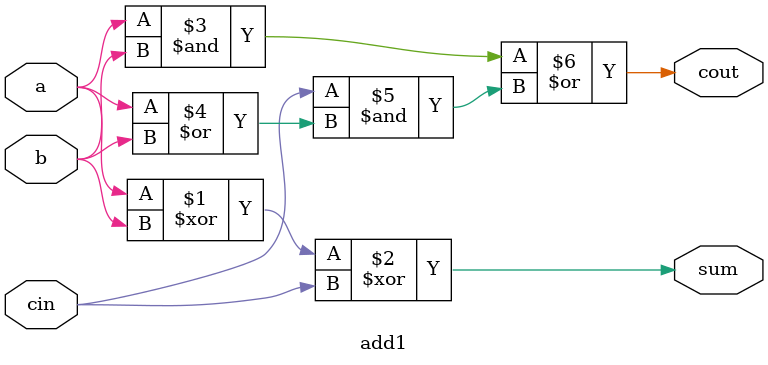
<source format=v>
module top_module (
    input [31:0] a,
    input [31:0] b,
    output [31:0] sum
);//
    wire w,cout;
    add16 A1( a[15:0], b[15:0], 1'b0, sum[15:0], w);
    add16 A2( a[31:16], b[31:16], w, sum[31:16], cout);
endmodule

module add1 ( input a, input b, input cin,   output sum, output cout );

// Full adder module here
    assign sum = a^b^cin;
    assign cout = (a&b) | (cin&(a|b));

endmodule

</source>
